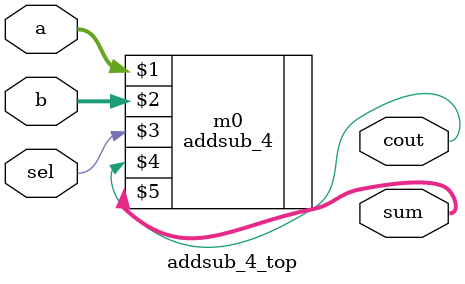
<source format=v>
module addsub_4_top(a, b, sel, cout, sum);
    input [3:0] a, b;
    input sel;
    output cout;
    output [3:0] sum;

    addsub_4 m0(a, b, sel, cout, sum);
endmodule
</source>
